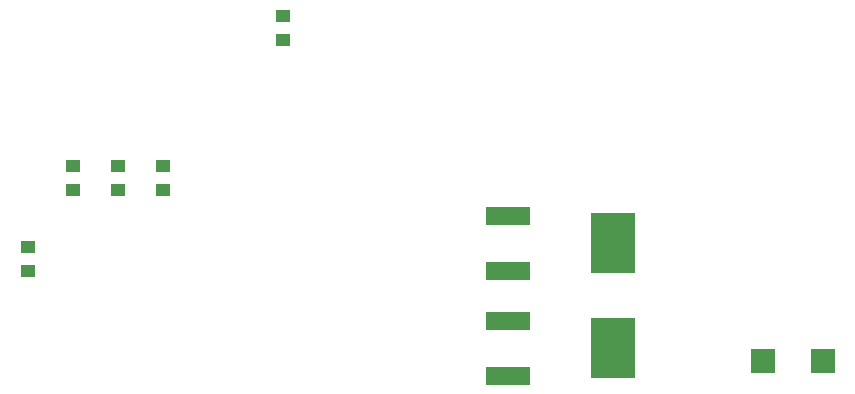
<source format=gbp>
G04 Layer_Color=128*
%FSLAX24Y24*%
%MOIN*%
G70*
G01*
G75*
%ADD10R,0.0500X0.0400*%
%ADD26R,0.1500X0.2000*%
%ADD27R,0.1500X0.0600*%
%ADD28R,0.0800X0.0800*%
G54D10*
X1500Y5300D02*
D03*
Y4500D02*
D03*
X3000Y7200D02*
D03*
Y8000D02*
D03*
X4500Y7200D02*
D03*
Y8000D02*
D03*
X6000Y7200D02*
D03*
Y8000D02*
D03*
X10000Y12200D02*
D03*
Y13000D02*
D03*
G54D26*
X21004Y5406D02*
D03*
Y1906D02*
D03*
G54D27*
X17500Y6311D02*
D03*
Y4500D02*
D03*
Y2811D02*
D03*
Y1000D02*
D03*
G54D28*
X26000Y1500D02*
D03*
X28000D02*
D03*
M02*

</source>
